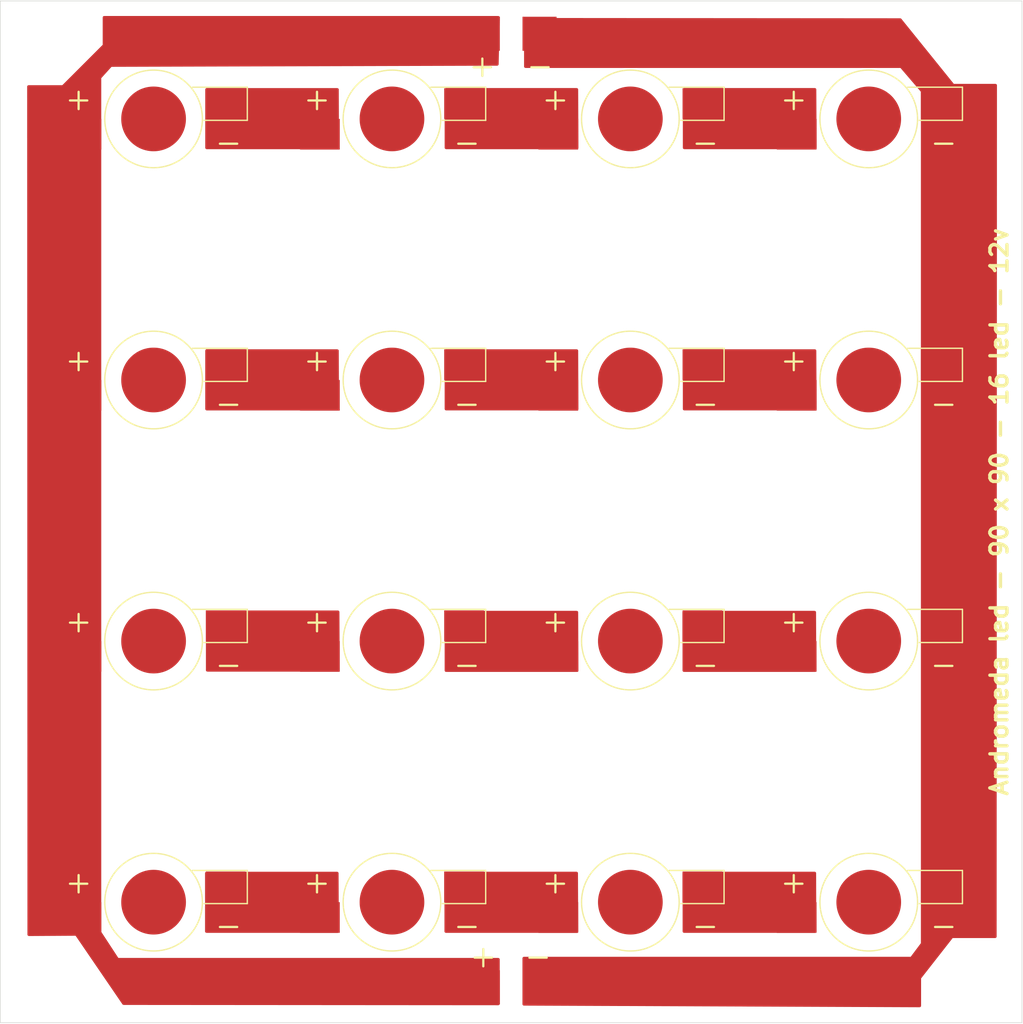
<source format=kicad_pcb>
(kicad_pcb (version 20211014) (generator pcbnew)
  (layers (0 "F.Cu" signal) (31 "B.Cu" signal) (34 "B.Paste" user) (35 "F.Paste" user) (36 "B.SilkS" user "B.Silkscreen") (37 "F.SilkS" user "F.Silkscreen") (38 "B.Mask" user) (39 "F.Mask" user) (44 "Edge.Cuts" user))
  (net 0 "")
  (net 1 "+")
  (net 2 "Net-(D1-Pad1)")
  (net 3 "Net-(D2-Pad1)")
  (net 4 "Net-(D3-Pad1)")
  (net 5 "Net-(D4-Pad1)")
  (net 6 "Net-(D5-Pad1)")
  (net 7 "Net-(D10-Pad2)")
  (net 8 "Net-(D11-Pad2)")
  (net 9 "Net-(D12-Pad2)")
  (net 10 "Net-(D13-Pad2)")
  (net 11 "Net-(D10-Pad1)")
  (net 12 "Net-(D11-Pad1)")
  (net 13 "Net-(D12-Pad1)")
  (net 14 "-")
  (footprint "LED_9x9:LED_1W_3W_R8" (layer "F.Cu") (at 116.5051 52.3878 180)
    (fp_text reference "D14" hide)
    (fp_text value "LED")
    (fp_text user "-" (at -6.604 -2.032) (layer "F.SilkS") (effects (font (size 2 2) (thickness 0.2))))
    (fp_text user "+" (at 6.604 1.778) (layer "F.SilkS") (effects (font (size 2 2) (thickness 0.2))))
    (fp_line (start -4.445 -0.127) (end -8.255 -0.127) (layer "F.SilkS") (width 0.12))
    (fp_line (start -8.255 -0.127) (end -8.255 2.794) (layer "F.SilkS") (width 0.12))
    (fp_line (start -8.255 2.794) (end -3.429 2.794) (layer "F.SilkS") (width 0.12))
    (fp_circle (center 0 0) (end -4.3 0) (layer "F.SilkS") (width 0.12) (fill none))
    (pad "1" smd rect locked (at -6.35 1.35 180) (size 3.5 2.7) (layers "F.Cu" "F.Paste" "F.Mask") (net 14 "-"))
    (pad "2" smd rect locked (at 6.35 -1.35 180) (size 3.5 2.7) (layers "F.Cu" "F.Paste" "F.Mask") (net 11 "Net-(D10-Pad1)"))
    (pad "3" smd circle locked (at 0 0 180) (size 5.7 5.7) (layers "F.Cu" "F.Paste" "F.Mask"))
  )
  (footprint "LED_9x9:LED_1W_3W_R8" (layer "F.Cu") (at 95.5051 98.3878 180)
    (fp_text reference "D12" hide)
    (fp_text value "LED")
    (fp_text user "-" (at -6.604 -2.032) (layer "F.SilkS") (effects (font (size 2 2) (thickness 0.2))))
    (fp_text user "+" (at 6.604 1.778) (layer "F.SilkS") (effects (font (size 2 2) (thickness 0.2))))
    (fp_line (start -8.255 2.794) (end -3.429 2.794) (layer "F.SilkS") (width 0.12))
    (fp_line (start -4.445 -0.127) (end -8.255 -0.127) (layer "F.SilkS") (width 0.12))
    (fp_line (start -8.255 -0.127) (end -8.255 2.794) (layer "F.SilkS") (width 0.12))
    (fp_circle (center 0 0) (end -4.3 0) (layer "F.SilkS") (width 0.12) (fill none))
    (pad "1" smd rect locked (at -6.35 1.35 180) (size 3.5 2.7) (layers "F.Cu" "F.Paste" "F.Mask") (net 13 "Net-(D12-Pad1)"))
    (pad "2" smd rect locked (at 6.35 -1.35 180) (size 3.5 2.7) (layers "F.Cu" "F.Paste" "F.Mask") (net 9 "Net-(D12-Pad2)"))
    (pad "3" smd circle locked (at 0 0 180) (size 5.7 5.7) (layers "F.Cu" "F.Paste" "F.Mask"))
  )
  (footprint "LED_9x9:LED_1W_3W_R8" (layer "F.Cu") (at 95.5051 75.3878 180)
    (fp_text reference "D11" hide)
    (fp_text value "LED")
    (fp_text user "-" (at -6.604 -2.032) (layer "F.SilkS") (effects (font (size 2 2) (thickness 0.2))))
    (fp_text user "+" (at 6.604 1.778) (layer "F.SilkS") (effects (font (size 2 2) (thickness 0.2))))
    (fp_line (start -8.255 -0.127) (end -8.255 2.794) (layer "F.SilkS") (width 0.12))
    (fp_line (start -4.445 -0.127) (end -8.255 -0.127) (layer "F.SilkS") (width 0.12))
    (fp_line (start -8.255 2.794) (end -3.429 2.794) (layer "F.SilkS") (width 0.12))
    (fp_circle (center 0 0) (end -4.3 0) (layer "F.SilkS") (width 0.12) (fill none))
    (pad "1" smd rect locked (at -6.35 1.35 180) (size 3.5 2.7) (layers "F.Cu" "F.Paste" "F.Mask") (net 12 "Net-(D11-Pad1)"))
    (pad "2" smd rect locked (at 6.35 -1.35 180) (size 3.5 2.7) (layers "F.Cu" "F.Paste" "F.Mask") (net 8 "Net-(D11-Pad2)"))
    (pad "3" smd circle locked (at 0 0 180) (size 5.7 5.7) (layers "F.Cu" "F.Paste" "F.Mask"))
  )
  (footprint "LED_9x9:SMD_POW" (layer "F.Cu") (at 85.0051 105.8878 180)
    (fp_text reference "J2" hide)
    (fp_text value "Conn_02x01")
    (fp_text user "+" (at 2.4551 2.7638) (layer "F.SilkS") (effects (font (size 2 2) (thickness 0.2))))
    (fp_text user "-" (at -2.3709 2.7638) (layer "F.SilkS") (effects (font (size 2 2) (thickness 0.2))))
    (pad "1" smd rect locked (at -2.5 0 180) (size 3 3) (layers "F.Cu" "F.Paste" "F.Mask") (net 14 "-"))
    (pad "2" smd rect locked (at 2.5 0 180) (size 3 3) (layers "F.Cu" "F.Paste" "F.Mask") (net 1 "+"))
  )
  (footprint "LED_9x9:LED_1W_3W_R8" (layer "F.Cu") (at 116.5051 98.3878 180)
    (fp_text reference "D16" hide)
    (fp_text value "LED")
    (fp_text user "+" (at 6.604 1.778) (layer "F.SilkS") (effects (font (size 2 2) (thickness 0.2))))
    (fp_text user "-" (at -6.604 -2.032) (layer "F.SilkS") (effects (font (size 2 2) (thickness 0.2))))
    (fp_line (start -4.445 -0.127) (end -8.255 -0.127) (layer "F.SilkS") (width 0.12))
    (fp_line (start -8.255 -0.127) (end -8.255 2.794) (layer "F.SilkS") (width 0.12))
    (fp_line (start -8.255 2.794) (end -3.429 2.794) (layer "F.SilkS") (width 0.12))
    (fp_circle (center 0 0) (end -4.3 0) (layer "F.SilkS") (width 0.12) (fill none))
    (pad "1" smd rect locked (at -6.35 1.35 180) (size 3.5 2.7) (layers "F.Cu" "F.Paste" "F.Mask") (net 14 "-"))
    (pad "2" smd rect locked (at 6.35 -1.35 180) (size 3.5 2.7) (layers "F.Cu" "F.Paste" "F.Mask") (net 13 "Net-(D12-Pad1)"))
    (pad "3" smd circle locked (at 0 0 180) (size 5.7 5.7) (layers "F.Cu" "F.Paste" "F.Mask"))
  )
  (footprint "LED_9x9:SMD_POW" (layer "F.Cu") (at 85.0051 21.8878 180)
    (fp_text reference "J1" hide)
    (fp_text value "Conn_02x01")
    (fp_text user "-" (at -2.54 -2.794) (layer "F.SilkS") (effects (font (size 2 2) (thickness 0.2))))
    (fp_text user "+" (at 2.54 -2.794) (layer "F.SilkS") (effects (font (size 2 2) (thickness 0.2))))
    (pad "1" smd rect locked (at -2.5 0 180) (size 3 3) (layers "F.Cu" "F.Paste" "F.Mask") (net 14 "-"))
    (pad "2" smd rect locked (at 2.5 0 180) (size 3 3) (layers "F.Cu" "F.Paste" "F.Mask") (net 1 "+"))
  )
  (footprint "LED_9x9:LED_1W_3W_R8" (layer "F.Cu") (at 116.5051 75.3878 180)
    (fp_text reference "D15" hide)
    (fp_text value "LED")
    (fp_text user "-" (at -6.604 -2.032) (layer "F.SilkS") (effects (font (size 2 2) (thickness 0.2))))
    (fp_text user "+" (at 6.604 1.778) (layer "F.SilkS") (effects (font (size 2 2) (thickness 0.2))))
    (fp_line (start -8.255 2.794) (end -3.429 2.794) (layer "F.SilkS") (width 0.12))
    (fp_line (start -8.255 -0.127) (end -8.255 2.794) (layer "F.SilkS") (width 0.12))
    (fp_line (start -4.445 -0.127) (end -8.255 -0.127) (layer "F.SilkS") (width 0.12))
    (fp_circle (center 0 0) (end -4.3 0) (layer "F.SilkS") (width 0.12) (fill none))
    (pad "1" smd rect locked (at -6.35 1.35 180) (size 3.5 2.7) (layers "F.Cu" "F.Paste" "F.Mask") (net 14 "-"))
    (pad "2" smd rect locked (at 6.35 -1.35 180) (size 3.5 2.7) (layers "F.Cu" "F.Paste" "F.Mask") (net 12 "Net-(D11-Pad1)"))
    (pad "3" smd circle locked (at 0 0 180) (size 5.7 5.7) (layers "F.Cu" "F.Paste" "F.Mask"))
  )
  (footprint "LED_9x9:LED_1W_3W_R8" (layer "F.Cu") (at 116.5051 29.3878 180)
    (fp_text reference "D13" hide)
    (fp_text value "LED")
    (fp_text user "+" (at 6.604 1.778) (layer "F.SilkS") (effects (font (size 2 2) (thickness 0.2))))
    (fp_text user "-" (at -6.604 -2.032) (layer "F.SilkS") (effects (font (size 2 2) (thickness 0.2))))
    (fp_line (start -4.445 -0.127) (end -8.255 -0.127) (layer "F.SilkS") (width 0.12))
    (fp_line (start -8.255 -0.127) (end -8.255 2.794) (layer "F.SilkS") (width 0.12))
    (fp_line (start -8.255 2.794) (end -3.429 2.794) (layer "F.SilkS") (width 0.12))
    (fp_circle (center 0 0) (end -4.3 0) (layer "F.SilkS") (width 0.12) (fill none))
    (pad "1" smd rect locked (at -6.35 1.35 180) (size 3.5 2.7) (layers "F.Cu" "F.Paste" "F.Mask") (net 14 "-"))
    (pad "2" smd rect locked (at 6.35 -1.35 180) (size 3.5 2.7) (layers "F.Cu" "F.Paste" "F.Mask") (net 10 "Net-(D13-Pad2)"))
    (pad "3" smd circle locked (at 0 0 180) (size 5.7 5.7) (layers "F.Cu" "F.Paste" "F.Mask"))
  )
  (footprint "LED_9x9:LED_1W_3W_R8" (layer "F.Cu") (at 95.5051 52.3878 180)
    (fp_text reference "D10" hide)
    (fp_text value "LED")
    (fp_text user "+" (at 6.604 1.778) (layer "F.SilkS") (effects (font (size 2 2) (thickness 0.2))))
    (fp_text user "-" (at -6.604 -2.032) (layer "F.SilkS") (effects (font (size 2 2) (thickness 0.2))))
    (fp_line (start -8.255 2.794) (end -3.429 2.794) (layer "F.SilkS") (width 0.12))
    (fp_line (start -4.445 -0.127) (end -8.255 -0.127) (layer "F.SilkS") (width 0.12))
    (fp_line (start -8.255 -0.127) (end -8.255 2.794) (layer "F.SilkS") (width 0.12))
    (fp_circle (center 0 0) (end -4.3 0) (layer "F.SilkS") (width 0.12) (fill none))
    (pad "1" smd rect locked (at -6.35 1.35 180) (size 3.5 2.7) (layers "F.Cu" "F.Paste" "F.Mask") (net 11 "Net-(D10-Pad1)"))
    (pad "2" smd rect locked (at 6.35 -1.35 180) (size 3.5 2.7) (layers "F.Cu" "F.Paste" "F.Mask") (net 7 "Net-(D10-Pad2)"))
    (pad "3" smd circle locked (at 0 0 180) (size 5.7 5.7) (layers "F.Cu" "F.Paste" "F.Mask"))
  )
  (footprint "LED_9x9:LED_1W_3W_R8" (layer "F.Cu") (at 74.5051 75.3878 180)
    (fp_text reference "D7" hide)
    (fp_text value "LED")
    (fp_text user "+" (at 6.604 1.778) (layer "F.SilkS") (effects (font (size 2 2) (thickness 0.2))))
    (fp_text user "-" (at -6.604 -2.032) (layer "F.SilkS") (effects (font (size 2 2) (thickness 0.2))))
    (fp_line (start -4.445 -0.127) (end -8.255 -0.127) (layer "F.SilkS") (width 0.12))
    (fp_line (start -8.255 2.794) (end -3.429 2.794) (layer "F.SilkS") (width 0.12))
    (fp_line (start -8.255 -0.127) (end -8.255 2.794) (layer "F.SilkS") (width 0.12))
    (fp_circle (center 0 0) (end -4.3 0) (layer "F.SilkS") (width 0.12) (fill none))
    (pad "1" smd rect locked (at -6.35 1.35 180) (size 3.5 2.7) (layers "F.Cu" "F.Paste" "F.Mask") (net 8 "Net-(D11-Pad2)"))
    (pad "2" smd rect locked (at 6.35 -1.35 180) (size 3.5 2.7) (layers "F.Cu" "F.Paste" "F.Mask") (net 4 "Net-(D3-Pad1)"))
    (pad "3" smd circle locked (at 0 0 180) (size 5.7 5.7) (layers "F.Cu" "F.Paste" "F.Mask"))
  )
  (footprint "LED_9x9:LED_1W_3W_R8" (layer "F.Cu") (at 53.5051 29.3878 180)
    (fp_text reference "D1" hide)
    (fp_text value "LED")
    (fp_text user "-" (at -6.604 -2.032) (layer "F.SilkS") (effects (font (size 2 2) (thickness 0.2))))
    (fp_text user "+" (at 6.604 1.778) (layer "F.SilkS") (effects (font (size 2 2) (thickness 0.2))))
    (fp_line (start -8.255 -0.127) (end -8.255 2.794) (layer "F.SilkS") (width 0.12))
    (fp_line (start -4.445 -0.127) (end -8.255 -0.127) (layer "F.SilkS") (width 0.12))
    (fp_line (start -8.255 2.794) (end -3.429 2.794) (layer "F.SilkS") (width 0.12))
    (fp_circle (center 0 0) (end -4.3 0) (layer "F.SilkS") (width 0.12) (fill none))
    (pad "1" smd rect locked (at -6.35 1.35 180) (size 3.5 2.7) (layers "F.Cu" "F.Paste" "F.Mask") (net 2 "Net-(D1-Pad1)"))
    (pad "2" smd rect locked (at 6.35 -1.35 180) (size 3.5 2.7) (layers "F.Cu" "F.Paste" "F.Mask") (net 1 "+"))
    (pad "3" smd circle locked (at 0 0 180) (size 5.7 5.7) (layers "F.Cu" "F.Paste" "F.Mask"))
  )
  (footprint "MountingHole:MountingHole_3mm" (layer "F.Cu") (at 43.499989 22.500001)
    (fp_text reference "REF**" hide)
    (fp_text value "MountingHole_3mm")
    (pad "" np_thru_hole circle locked (at 0 0) (size 3 3) (drill 3) (layers *.Cu *.Mask))
  )
  (footprint "MountingHole:MountingHole_3mm" (layer "F.Cu") (at 43.499989 105.499992)
    (fp_text reference "REF**" hide)
    (fp_text value "MountingHole_3mm")
    (pad "" np_thru_hole circle locked (at 0 0) (size 3 3) (drill 3) (layers *.Cu *.Mask))
  )
  (footprint "LED_9x9:LED_1W_3W_R8" (layer "F.Cu") (at 95.5051 29.3878 180)
    (fp_text reference "D9" hide)
    (fp_text value "LED")
    (fp_text user "-" (at -6.604 -2.032) (layer "F.SilkS") (effects (font (size 2 2) (thickness 0.2))))
    (fp_text user "+" (at 6.604 1.778) (layer "F.SilkS") (effects (font (size 2 2) (thickness 0.2))))
    (fp_line (start -8.255 -0.127) (end -8.255 2.794) (layer "F.SilkS") (width 0.12))
    (fp_line (start -8.255 2.794) (end -3.429 2.794) (layer "F.SilkS") (width 0.12))
    (fp_line (start -4.445 -0.127) (end -8.255 -0.127) (layer "F.SilkS") (width 0.12))
    (fp_circle (center 0 0) (end -4.3 0) (layer "F.SilkS") (width 0.12) (fill none))
    (pad "1" smd rect locked (at -6.35 1.35 180) (size 3.5 2.7) (layers "F.Cu" "F.Paste" "F.Mask") (net 10 "Net-(D13-Pad2)"))
    (pad "2" smd rect locked (at 6.35 -1.35 180) (size 3.5 2.7) (layers "F.Cu" "F.Paste" "F.Mask") (net 6 "Net-(D5-Pad1)"))
    (pad "3" smd circle locked (at 0 0 180) (size 5.7 5.7) (layers "F.Cu" "F.Paste" "F.Mask"))
  )
  (footprint "LED_9x9:LED_1W_3W_R8" (layer "F.Cu") (at 74.5051 52.3878 180)
    (fp_text reference "D6" hide)
    (fp_text value "LED")
    (fp_text user "+" (at 6.604 1.778) (layer "F.SilkS") (effects (font (size 2 2) (thickness 0.2))))
    (fp_text user "-" (at -6.604 -2.032) (layer "F.SilkS") (effects (font (size 2 2) (thickness 0.2))))
    (fp_line (start -8.255 2.794) (end -3.429 2.794) (layer "F.SilkS") (width 0.12))
    (fp_line (start -4.445 -0.127) (end -8.255 -0.127) (layer "F.SilkS") (width 0.12))
    (fp_line (start -8.255 -0.127) (end -8.255 2.794) (layer "F.SilkS") (width 0.12))
    (fp_circle (center 0 0) (end -4.3 0) (layer "F.SilkS") (width 0.12) (fill none))
    (pad "1" smd rect locked (at -6.35 1.35 180) (size 3.5 2.7) (layers "F.Cu" "F.Paste" "F.Mask") (net 7 "Net-(D10-Pad2)"))
    (pad "2" smd rect locked (at 6.35 -1.35 180) (size 3.5 2.7) (layers "F.Cu" "F.Paste" "F.Mask") (net 3 "Net-(D2-Pad1)"))
    (pad "3" smd circle locked (at 0 0 180) (size 5.7 5.7) (layers "F.Cu" "F.Paste" "F.Mask"))
  )
  (footprint "LED_9x9:LED_1W_3W_R8" (layer "F.Cu") (at 74.5051 29.3878 180)
    (fp_text reference "D5" hide)
    (fp_text value "LED")
    (fp_text user "+" (at 6.604 1.778) (layer "F.SilkS") (effects (font (size 2 2) (thickness 0.2))))
    (fp_text user "-" (at -6.604 -2.032) (layer "F.SilkS") (effects (font (size 2 2) (thickness 0.2))))
    (fp_line (start -4.445 -0.127) (end -8.255 -0.127) (layer "F.SilkS") (width 0.12))
    (fp_line (start -8.255 -0.127) (end -8.255 2.794) (layer "F.SilkS") (width 0.12))
    (fp_line (start -8.255 2.794) (end -3.429 2.794) (layer "F.SilkS") (width 0.12))
    (fp_circle (center 0 0) (end -4.3 0) (layer "F.SilkS") (width 0.12) (fill none))
    (pad "1" smd rect locked (at -6.35 1.35 180) (size 3.5 2.7) (layers "F.Cu" "F.Paste" "F.Mask") (net 6 "Net-(D5-Pad1)"))
    (pad "2" smd rect locked (at 6.35 -1.35 180) (size 3.5 2.7) (layers "F.Cu" "F.Paste" "F.Mask") (net 2 "Net-(D1-Pad1)"))
    (pad "3" smd circle locked (at 0 0 180) (size 5.7 5.7) (layers "F.Cu" "F.Paste" "F.Mask"))
  )
  (footprint "LED_9x9:LED_1W_3W_R8" (layer "F.Cu") (at 53.5051 98.3878 180)
    (fp_text reference "D4" hide)
    (fp_text value "LED")
    (fp_text user "-" (at -6.604 -2.032) (layer "F.SilkS") (effects (font (size 2 2) (thickness 0.2))))
    (fp_text user "+" (at 6.604 1.778) (layer "F.SilkS") (effects (font (size 2 2) (thickness 0.2))))
    (fp_line (start -4.445 -0.127) (end -8.255 -0.127) (layer "F.SilkS") (width 0.12))
    (fp_line (start -8.255 -0.127) (end -8.255 2.794) (layer "F.SilkS") (width 0.12))
    (fp_line (start -8.255 2.794) (end -3.429 2.794) (layer "F.SilkS") (width 0.12))
    (fp_circle (center 0 0) (end -4.3 0) (layer "F.SilkS") (width 0.12) (fill none))
    (pad "1" smd rect locked (at -6.35 1.35 180) (size 3.5 2.7) (layers "F.Cu" "F.Paste" "F.Mask") (net 5 "Net-(D4-Pad1)"))
    (pad "2" smd rect locked (at 6.35 -1.35 180) (size 3.5 2.7) (layers "F.Cu" "F.Paste" "F.Mask") (net 1 "+"))
    (pad "3" smd circle locked (at 0 0 180) (size 5.7 5.7) (layers "F.Cu" "F.Paste" "F.Mask"))
  )
  (footprint "LED_9x9:LED_1W_3W_R8" (layer "F.Cu") (at 53.5051 52.3878 180)
    (fp_text reference "D2" hide)
    (fp_text value "LED")
    (fp_text user "-" (at -6.604 -2.032) (layer "F.SilkS") (effects (font (size 2 2) (thickness 0.2))))
    (fp_text user "+" (at 6.604 1.778) (layer "F.SilkS") (effects (font (size 2 2) (thickness 0.2))))
    (fp_line (start -8.255 2.794) (end -3.429 2.794) (layer "F.SilkS") (width 0.12))
    (fp_line (start -4.445 -0.127) (end -8.255 -0.127) (layer "F.SilkS") (width 0.12))
    (fp_line (start -8.255 -0.127) (end -8.255 2.794) (layer "F.SilkS") (width 0.12))
    (fp_circle (center 0 0) (end -4.3 0) (layer "F.SilkS") (width 0.12) (fill none))
    (pad "1" smd rect locked (at -6.35 1.35 180) (size 3.5 2.7) (layers "F.Cu" "F.Paste" "F.Mask") (net 3 "Net-(D2-Pad1)"))
    (pad "2" smd rect locked (at 6.35 -1.35 180) (size 3.5 2.7) (layers "F.Cu" "F.Paste" "F.Mask") (net 1 "+"))
    (pad "3" smd circle locked (at 0 0 180) (size 5.7 5.7) (layers "F.Cu" "F.Paste" "F.Mask"))
  )
  (footprint "LED_9x9:LED_1W_3W_R8" (layer "F.Cu") (at 74.5051 98.3878 180)
    (fp_text reference "D8" hide)
    (fp_text value "LED")
    (fp_text user "+" (at 6.604 1.778) (layer "F.SilkS") (effects (font (size 2 2) (thickness 0.2))))
    (fp_text user "-" (at -6.604 -2.032) (layer "F.SilkS") (effects (font (size 2 2) (thickness 0.2))))
    (fp_line (start -8.255 -0.127) (end -8.255 2.794) (layer "F.SilkS") (width 0.12))
    (fp_line (start -4.445 -0.127) (end -8.255 -0.127) (layer "F.SilkS") (width 0.12))
    (fp_line (start -8.255 2.794) (end -3.429 2.794) (layer "F.SilkS") (width 0.12))
    (fp_circle (center 0 0) (end -4.3 0) (layer "F.SilkS") (width 0.12) (fill none))
    (pad "1" smd rect locked (at -6.35 1.35 180) (size 3.5 2.7) (layers "F.Cu" "F.Paste" "F.Mask") (net 9 "Net-(D12-Pad2)"))
    (pad "2" smd rect locked (at 6.35 -1.35 180) (size 3.5 2.7) (layers "F.Cu" "F.Paste" "F.Mask") (net 5 "Net-(D4-Pad1)"))
    (pad "3" smd circle locked (at 0 0 180) (size 5.7 5.7) (layers "F.Cu" "F.Paste" "F.Mask"))
  )
  (footprint "LED_9x9:LED_1W_3W_R8" (layer "F.Cu") (at 53.5051 75.3878 180)
    (fp_text reference "D3" hide)
    (fp_text value "LED")
    (fp_text user "+" (at 6.604 1.778) (layer "F.SilkS") (effects (font (size 2 2) (thickness 0.2))))
    (fp_text user "-" (at -6.604 -2.032) (layer "F.SilkS") (effects (font (size 2 2) (thickness 0.2))))
    (fp_line (start -4.445 -0.127) (end -8.255 -0.127) (layer "F.SilkS") (width 0.12))
    (fp_line (start -8.255 2.794) (end -3.429 2.794) (layer "F.SilkS") (width 0.12))
    (fp_line (start -8.255 -0.127) (end -8.255 2.794) (layer "F.SilkS") (width 0.12))
    (fp_circle (center 0 0) (end -4.3 0) (layer "F.SilkS") (width 0.12) (fill none))
    (pad "1" smd rect locked (at -6.35 1.35 180) (size 3.5 2.7) (layers "F.Cu" "F.Paste" "F.Mask") (net 4 "Net-(D3-Pad1)"))
    (pad "2" smd rect locked (at 6.35 -1.35 180) (size 3.5 2.7) (layers "F.Cu" "F.Paste" "F.Mask") (net 1 "+"))
    (pad "3" smd circle locked (at 0 0 180) (size 5.7 5.7) (layers "F.Cu" "F.Paste" "F.Mask"))
  )
  (footprint "MountingHole:MountingHole_3mm" (layer "F.Cu") (at 126.5 105.5)
    (fp_text reference "REF**" hide)
    (fp_text value "MountingHole_3mm")
    (pad "" np_thru_hole circle locked (at 0 0) (size 3 3) (drill 3) (layers *.Cu *.Mask))
  )
  (footprint "MountingHole:MountingHole_3mm" (layer "F.Cu") (at 126.500001 22.500001)
    (fp_text reference "REF**" hide)
    (fp_text value "MountingHole_3mm")
    (pad "" np_thru_hole circle locked (at 0 0) (size 3 3) (drill 3) (layers *.Cu *.Mask))
  )
  (gr_line (start 40 109) (end 40 19) (layer "Edge.Cuts") (width 0.05))
  (gr_line (start 40 19) (end 130 19) (layer "Edge.Cuts") (width 0.05))
  (gr_line (start 40 109) (end 130 109) (layer "Edge.Cuts") (width 0.05))
  (gr_line (start 130 109) (end 130 19) (layer "Edge.Cuts") (width 0.05))
  (gr_text "Andromeda led - 90 x 90 - 16 led - 12v" (at 128 64 90) (layer "F.SilkS") (effects (font (size 1.5 1.5) (thickness 0.3))))
  (segment (start 59.8551 28.0378) (end 65.4551 28.0378) (width 0.25) (layer "F.Cu") (net 2))
  (segment (start 65.4551 28.0378) (end 68.1551 30.7378) (width 0.25) (layer "F.Cu") (net 2))
  (zone (net 6) (net_name "Net-(D5-Pad1)") (layer "F.Cu") (connect_pads yes (clearance 0.508)) (min_thickness 0.254) (fill yes (thermal_gap 0.508) (thermal_bridge_width 0.508))
    (polygon (pts (xy 90.932 32.0548) (xy 79.1464 32.0548) (xy 79.1464 26.67) (xy 90.9066 26.67)))
  )
  (zone (net 9) (net_name "Net-(D12-Pad2)") (layer "F.Cu") (connect_pads yes (clearance 0.508)) (min_thickness 0.254) (fill yes (thermal_gap 0.508) (thermal_bridge_width 0.508))
    (polygon (pts (xy 90.914258 101.089927) (xy 79.128658 101.089927) (xy 79.128658 95.705127) (xy 90.888858 95.705127)))
  )
  (zone (net 4) (net_name "Net-(D3-Pad1)") (layer "F.Cu") (connect_pads yes (clearance 0.508)) (min_thickness 0.254) (fill yes (thermal_gap 0.508) (thermal_bridge_width 0.508))
    (polygon (pts (xy 69.9008 78.0796) (xy 58.1152 78.0796) (xy 58.1152 72.6948) (xy 69.8754 72.6948)))
  )
  (zone (net 14) (net_name "-") (layer "F.Cu") (connect_pads yes (clearance 0)) (min_thickness 0.254) (fill yes (thermal_gap 0.508) (thermal_bridge_width 0.508))
    (polygon (pts (xy 86 107.5) (xy 86 103.2) (xy 120.2 103.2) (xy 121.1 102) (xy 121.1 27) (xy 119.3 24.9) (xy 86.14167 24.9) (xy 86.14167 20.497507) (xy 119.33947 20.522907) (xy 124 26.3) (xy 127.8 26.3) (xy 127.77227 101.548907) (xy 123.9 101.548907) (xy 121.11747 105.104907) (xy 121.11747 107.644907)))
  )
  (zone (net 1) (net_name "+") (layer "F.Cu") (connect_pads yes (clearance 0)) (min_thickness 0.254) (fill yes (thermal_gap 0.508) (thermal_bridge_width 0.508))
    (polygon (pts (xy 84 20.32) (xy 83.9 24.7) (xy 49.8 24.8) (xy 48.895 25.8) (xy 48.895 101) (xy 50.4 103.3) (xy 83.9978 103.3) (xy 83.9978 107.4674) (xy 50.8 107.442) (xy 46.6344 101.346) (xy 42.3926 101.3714) (xy 42.3672 26.416) (xy 45.466 26.416) (xy 49.022 22.86) (xy 49.022 20.32)))
  )
  (zone (net 10) (net_name "Net-(D13-Pad2)") (layer "F.Cu") (connect_pads yes (clearance 0.508)) (min_thickness 0.254) (fill yes (thermal_gap 0.508) (thermal_bridge_width 0.508))
    (polygon (pts (xy 111.911888 32.0548) (xy 100.126288 32.0548) (xy 100.126288 26.67) (xy 111.886488 26.67)))
  )
  (zone (net 3) (net_name "Net-(D2-Pad1)") (layer "F.Cu") (connect_pads yes (clearance 0.508)) (min_thickness 0.254) (fill yes (thermal_gap 0.508) (thermal_bridge_width 0.508))
    (polygon (pts (xy 69.842342 55.069273) (xy 58.056742 55.069273) (xy 58.056742 49.684473) (xy 69.816942 49.684473)))
  )
  (zone (net 7) (net_name "Net-(D10-Pad2)") (layer "F.Cu") (connect_pads yes (clearance 0.508)) (min_thickness 0.254) (fill yes (thermal_gap 0.508) (thermal_bridge_width 0.508))
    (polygon (pts (xy 90.932 55.0672) (xy 79.1464 55.0672) (xy 79.1464 49.6824) (xy 90.9066 49.6824)))
  )
  (zone (net 12) (net_name "Net-(D11-Pad1)") (layer "F.Cu") (connect_pads yes (clearance 0.508)) (min_thickness 0.254) (fill yes (thermal_gap 0.508) (thermal_bridge_width 0.508))
    (polygon (pts (xy 111.887 78.105) (xy 100.1014 78.105) (xy 100.1014 72.7202) (xy 111.8616 72.7202)))
  )
  (zone (net 5) (net_name "Net-(D4-Pad1)") (layer "F.Cu") (connect_pads yes (clearance 0.508)) (min_thickness 0.254) (fill yes (thermal_gap 0.508) (thermal_bridge_width 0.508))
    (polygon (pts (xy 69.8246 101.092) (xy 58.039 101.092) (xy 58.039 95.7072) (xy 69.7992 95.7072)))
  )
  (zone (net 2) (net_name "Net-(D1-Pad1)") (layer "F.Cu") (connect_pads yes (clearance 0.508)) (min_thickness 0.254) (fill yes (thermal_gap 0.508) (thermal_bridge_width 0.508))
    (polygon (pts (xy 69.842342 32.056873) (xy 58.056742 32.056873) (xy 58.056742 26.672073) (xy 69.816942 26.672073)))
  )
  (zone (net 8) (net_name "Net-(D11-Pad2)") (layer "F.Cu") (connect_pads yes (clearance 0.508)) (min_thickness 0.254) (fill yes (thermal_gap 0.508) (thermal_bridge_width 0.508))
    (polygon (pts (xy 90.932 78.105) (xy 79.1464 78.105) (xy 79.1464 72.7202) (xy 90.9066 72.7202)))
  )
  (zone (net 13) (net_name "Net-(D12-Pad1)") (layer "F.Cu") (connect_pads yes (clearance 0.508)) (min_thickness 0.254) (fill yes (thermal_gap 0.508) (thermal_bridge_width 0.508))
    (polygon (pts (xy 111.894146 101.089927) (xy 100.108546 101.089927) (xy 100.108546 95.705127) (xy 111.868746 95.705127)))
  )
  (zone (net 11) (net_name "Net-(D10-Pad1)") (layer "F.Cu") (connect_pads yes (clearance 0.508)) (min_thickness 0.254) (fill yes (thermal_gap 0.508) (thermal_bridge_width 0.508))
    (polygon (pts (xy 111.911888 55.0672) (xy 100.126288 55.0672) (xy 100.126288 49.6824) (xy 111.886488 49.6824)))
  )
)
</source>
